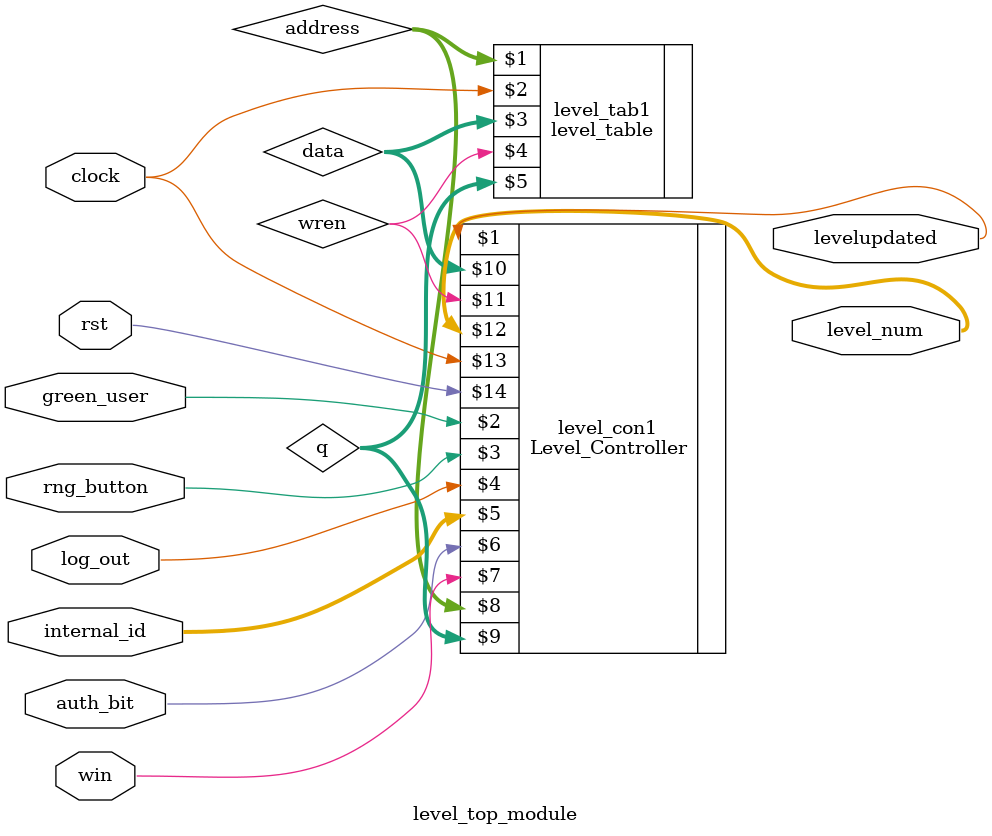
<source format=v>
`timescale 1ps/1ps
module level_top_module(levelupdated,green_user,rng_button,log_out,auth_bit,win,internal_id,level_num,clock,rst);
//Declaring inputs and outputs
input clock,rst;
input rng_button,log_out,auth_bit,win,green_user;
input [2:0] internal_id;
output [3:0] level_num;
output levelupdated;

wire [2:0] address,data,q;
wire wren;


Level_Controller level_con1(levelupdated,green_user,rng_button,log_out,internal_id,auth_bit,win,address,q,data,wren,level_num,clock,rst);
level_table level_tab1(address,clock,data,wren,q);

endmodule

</source>
